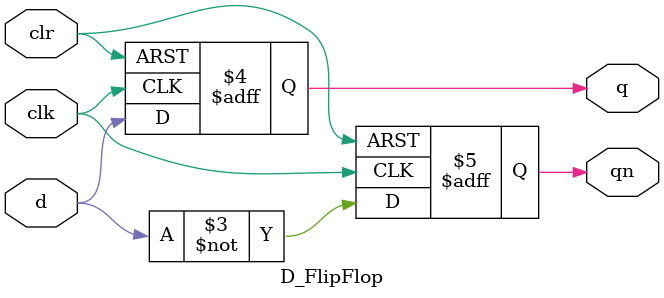
<source format=v>
module D_FlipFlop(input d, input clk, input clr, output reg q, output reg qn);

always @ (posedge clk or negedge clr)
if(clr==0)
    {q, qn} <= 2'b01;
else
    {q, qn} <= {d, ~d};

endmodule

</source>
